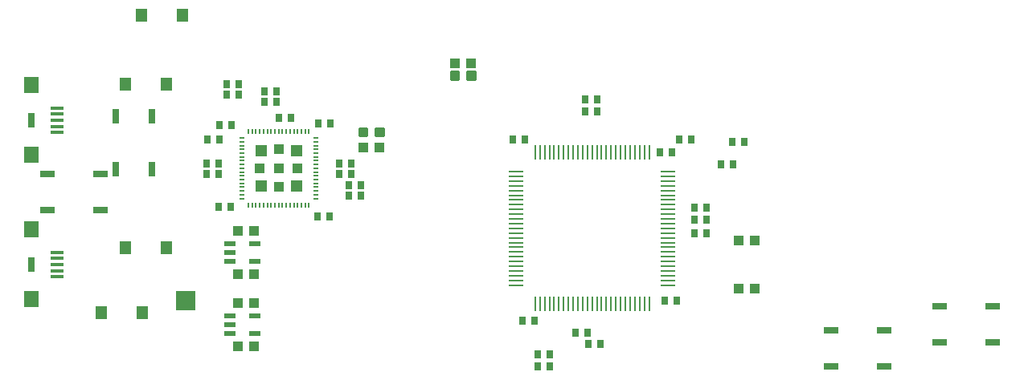
<source format=gtp>
G75*
%MOIN*%
%OFA0B0*%
%FSLAX24Y24*%
%IPPOS*%
%LPD*%
%AMOC8*
5,1,8,0,0,1.08239X$1,22.5*
%
%ADD10R,0.0591X0.0106*%
%ADD11R,0.0106X0.0591*%
%ADD12R,0.0500X0.0579*%
%ADD13R,0.0800X0.0800*%
%ADD14R,0.0276X0.0354*%
%ADD15R,0.0079X0.0236*%
%ADD16R,0.0236X0.0079*%
%ADD17R,0.0492X0.0492*%
%ADD18R,0.0394X0.0394*%
%ADD19C,0.0118*%
%ADD20R,0.0600X0.0300*%
%ADD21R,0.0433X0.0394*%
%ADD22R,0.0551X0.0157*%
%ADD23R,0.0591X0.0709*%
%ADD24R,0.0276X0.0591*%
%ADD25R,0.0472X0.0217*%
%ADD26R,0.0300X0.0600*%
D10*
X027110Y019638D03*
X027110Y019835D03*
X027110Y020031D03*
X027110Y020228D03*
X027110Y020425D03*
X027110Y020622D03*
X027110Y020819D03*
X027110Y021016D03*
X027110Y021213D03*
X027110Y021409D03*
X027110Y021606D03*
X027110Y021803D03*
X027110Y022000D03*
X027110Y022197D03*
X027110Y022394D03*
X027110Y022591D03*
X027110Y022787D03*
X027110Y022984D03*
X027110Y023181D03*
X027110Y023378D03*
X027110Y023575D03*
X027110Y023772D03*
X027110Y023969D03*
X027110Y024165D03*
X027110Y024362D03*
X033409Y024362D03*
X033409Y024165D03*
X033409Y023969D03*
X033409Y023772D03*
X033409Y023575D03*
X033409Y023378D03*
X033409Y023181D03*
X033409Y022984D03*
X033409Y022787D03*
X033409Y022591D03*
X033409Y022394D03*
X033409Y022197D03*
X033409Y022000D03*
X033409Y021803D03*
X033409Y021606D03*
X033409Y021409D03*
X033409Y021213D03*
X033409Y021016D03*
X033409Y020819D03*
X033409Y020622D03*
X033409Y020425D03*
X033409Y020228D03*
X033409Y020031D03*
X033409Y019835D03*
X033409Y019638D03*
D11*
X032622Y018850D03*
X032425Y018850D03*
X032228Y018850D03*
X032031Y018850D03*
X031834Y018850D03*
X031637Y018850D03*
X031441Y018850D03*
X031244Y018850D03*
X031047Y018850D03*
X030850Y018850D03*
X030653Y018850D03*
X030456Y018850D03*
X030260Y018850D03*
X030063Y018850D03*
X029866Y018850D03*
X029669Y018850D03*
X029472Y018850D03*
X029275Y018850D03*
X029078Y018850D03*
X028882Y018850D03*
X028685Y018850D03*
X028488Y018850D03*
X028291Y018850D03*
X028094Y018850D03*
X027897Y018850D03*
X027897Y025150D03*
X028094Y025150D03*
X028291Y025150D03*
X028488Y025150D03*
X028685Y025150D03*
X028882Y025150D03*
X029078Y025150D03*
X029275Y025150D03*
X029472Y025150D03*
X029669Y025150D03*
X029866Y025150D03*
X030063Y025150D03*
X030260Y025150D03*
X030456Y025150D03*
X030653Y025150D03*
X030850Y025150D03*
X031047Y025150D03*
X031244Y025150D03*
X031441Y025150D03*
X031637Y025150D03*
X031834Y025150D03*
X032031Y025150D03*
X032228Y025150D03*
X032425Y025150D03*
X032622Y025150D03*
D12*
X013256Y030850D03*
X011563Y030850D03*
X010913Y028000D03*
X012606Y028000D03*
X012606Y021200D03*
X010913Y021200D03*
X011606Y018500D03*
X009913Y018500D03*
D13*
X013410Y019000D03*
D14*
X018854Y022500D03*
X019365Y022500D03*
X020154Y023350D03*
X020154Y023800D03*
X020265Y024250D03*
X019754Y024250D03*
X019754Y024700D03*
X020265Y024700D03*
X020665Y023800D03*
X020665Y023350D03*
X019415Y026350D03*
X018904Y026350D03*
X017765Y026600D03*
X017254Y026600D03*
X017165Y027250D03*
X017165Y027700D03*
X016654Y027700D03*
X016654Y027250D03*
X015615Y027550D03*
X015615Y028000D03*
X015104Y028000D03*
X015104Y027550D03*
X015315Y026300D03*
X014804Y026300D03*
X014815Y025700D03*
X014304Y025700D03*
X014254Y024700D03*
X014765Y024700D03*
X014765Y024250D03*
X014254Y024250D03*
X014754Y022900D03*
X015265Y022900D03*
X026954Y025700D03*
X027465Y025700D03*
X029954Y026850D03*
X029954Y027350D03*
X030465Y027350D03*
X030465Y026850D03*
X033054Y025150D03*
X033565Y025150D03*
X033854Y025700D03*
X034365Y025700D03*
X036054Y025600D03*
X036565Y025600D03*
X036115Y024650D03*
X035604Y024650D03*
X035015Y022850D03*
X035015Y022350D03*
X034504Y022350D03*
X034504Y022850D03*
X034504Y021800D03*
X035015Y021800D03*
X033765Y019000D03*
X033254Y019000D03*
X030615Y017200D03*
X030104Y017200D03*
X030065Y017650D03*
X029554Y017650D03*
X028515Y016750D03*
X028515Y016250D03*
X028004Y016250D03*
X028004Y016750D03*
X027865Y018150D03*
X027354Y018150D03*
D15*
X018519Y022965D03*
X018362Y022965D03*
X018204Y022965D03*
X018047Y022965D03*
X017889Y022965D03*
X017732Y022965D03*
X017574Y022965D03*
X017417Y022965D03*
X017260Y022965D03*
X017102Y022965D03*
X016945Y022965D03*
X016787Y022965D03*
X016630Y022965D03*
X016472Y022965D03*
X016315Y022965D03*
X016157Y022965D03*
X016000Y022965D03*
X016000Y026035D03*
X016157Y026035D03*
X016315Y026035D03*
X016472Y026035D03*
X016630Y026035D03*
X016787Y026035D03*
X016945Y026035D03*
X017102Y026035D03*
X017260Y026035D03*
X017417Y026035D03*
X017574Y026035D03*
X017732Y026035D03*
X017889Y026035D03*
X018047Y026035D03*
X018204Y026035D03*
X018362Y026035D03*
X018519Y026035D03*
D16*
X018795Y025760D03*
X018795Y025602D03*
X018795Y025445D03*
X018795Y025287D03*
X018795Y025130D03*
X018795Y024972D03*
X018795Y024815D03*
X018795Y024657D03*
X018795Y024500D03*
X018795Y024343D03*
X018795Y024185D03*
X018795Y024028D03*
X018795Y023870D03*
X018795Y023713D03*
X018795Y023555D03*
X018795Y023398D03*
X018795Y023240D03*
X015724Y023240D03*
X015724Y023398D03*
X015724Y023555D03*
X015724Y023713D03*
X015724Y023870D03*
X015724Y024028D03*
X015724Y024185D03*
X015724Y024343D03*
X015724Y024500D03*
X015724Y024657D03*
X015724Y024815D03*
X015724Y024972D03*
X015724Y025130D03*
X015724Y025287D03*
X015724Y025445D03*
X015724Y025602D03*
X015724Y025760D03*
D17*
X016521Y025238D03*
X017998Y025238D03*
X017998Y023762D03*
X016521Y023762D03*
D18*
X017260Y023713D03*
X017260Y024500D03*
X016472Y024500D03*
X017260Y025287D03*
X018047Y024500D03*
D19*
X020902Y025862D02*
X020902Y026138D01*
X020902Y025862D02*
X020626Y025862D01*
X020626Y026138D01*
X020902Y026138D01*
X020902Y025979D02*
X020626Y025979D01*
X020626Y026096D02*
X020902Y026096D01*
X021593Y026138D02*
X021593Y025862D01*
X021317Y025862D01*
X021317Y026138D01*
X021593Y026138D01*
X021593Y025979D02*
X021317Y025979D01*
X021317Y026096D02*
X021593Y026096D01*
X024426Y028212D02*
X024426Y028488D01*
X024702Y028488D01*
X024702Y028212D01*
X024426Y028212D01*
X024426Y028329D02*
X024702Y028329D01*
X024702Y028446D02*
X024426Y028446D01*
X025117Y028488D02*
X025117Y028212D01*
X025117Y028488D02*
X025393Y028488D01*
X025393Y028212D01*
X025117Y028212D01*
X025117Y028329D02*
X025393Y028329D01*
X025393Y028446D02*
X025117Y028446D01*
D20*
X009860Y024250D03*
X007660Y024250D03*
X007660Y022750D03*
X009860Y022750D03*
X040160Y017750D03*
X042360Y017750D03*
X042360Y016250D03*
X040160Y016250D03*
X044660Y017250D03*
X044660Y018750D03*
X046860Y018750D03*
X046860Y017250D03*
D21*
X015575Y017100D03*
X016244Y017100D03*
X016244Y018900D03*
X015575Y018900D03*
X015575Y020100D03*
X016244Y020100D03*
X016244Y021900D03*
X015575Y021900D03*
X020775Y025350D03*
X021444Y025350D03*
X024575Y028850D03*
X025244Y028850D03*
X036325Y021500D03*
X036994Y021500D03*
X036994Y019500D03*
X036325Y019500D03*
D22*
X008073Y019988D03*
X008073Y020244D03*
X008073Y020500D03*
X008073Y020756D03*
X008073Y021012D03*
X008073Y025988D03*
X008073Y026244D03*
X008073Y026500D03*
X008073Y026756D03*
X008073Y027012D03*
D23*
X007010Y027950D03*
X007010Y025050D03*
X007010Y021950D03*
X007010Y019050D03*
D24*
X007010Y020500D03*
X007010Y026500D03*
D25*
X015248Y021374D03*
X015248Y021000D03*
X015248Y020626D03*
X016271Y020626D03*
X016271Y021374D03*
X016271Y018374D03*
X015248Y018374D03*
X015248Y018000D03*
X015248Y017626D03*
X016271Y017626D03*
D26*
X012010Y024450D03*
X010510Y024450D03*
X010510Y026650D03*
X012010Y026650D03*
M02*

</source>
